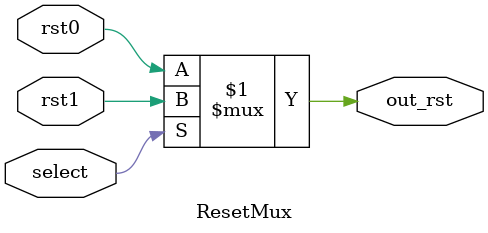
<source format=v>
module ResetMux(
                select,
                rst0,
                rst1,
                out_rst
               ) ;

    input            select;
    input            rst0;
    input            rst1;
    output           out_rst;

    assign out_rst = select ?rst1 :rst0;
endmodule
</source>
